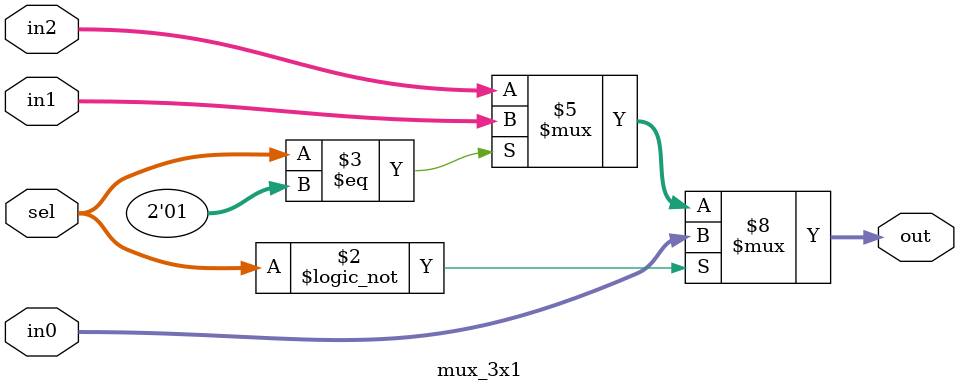
<source format=v>

module mux_3x1(
    input [31:0] in0,in1,in2,
    input [1:0] sel,	       
    output reg [31:0] out
);

   always@(*)begin
      if(sel == 2'b00) out <= in0;
      else if (sel == 2'b01) out <= in1;
      else out <= in2;
   end
endmodule

</source>
